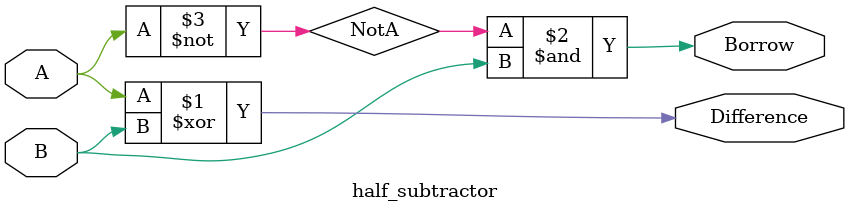
<source format=v>
module half_subtractor (
    input A,
    input B,
    output Difference,
    output Borrow
);
    wire NotA;

    xor (Difference, A, B);  // XOR gate for difference
    not (NotA, A);           // NOT gate for A
    and (Borrow, NotA, B);   // AND gate for borrow
endmodule
</source>
